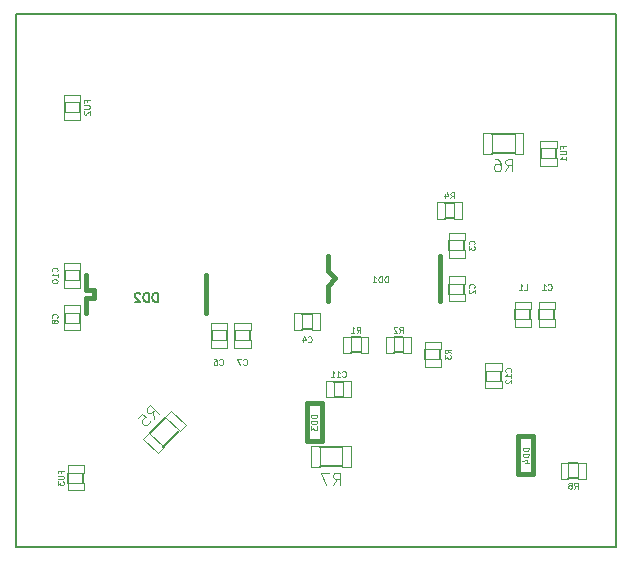
<source format=gbr>
G04 #@! TF.FileFunction,Legend,Bot*
%FSLAX46Y46*%
G04 Gerber Fmt 4.6, Leading zero omitted, Abs format (unit mm)*
G04 Created by KiCad (PCBNEW (2015-09-15 BZR 6201)-product) date Fri 01 Apr 2016 05:48:24 PM EEST*
%MOMM*%
G01*
G04 APERTURE LIST*
%ADD10C,0.100000*%
%ADD11C,0.150000*%
%ADD12C,0.066040*%
%ADD13C,0.152400*%
%ADD14C,0.381000*%
%ADD15C,0.025400*%
%ADD16C,0.088900*%
%ADD17C,0.190500*%
G04 APERTURE END LIST*
D10*
D11*
X0Y0D02*
X0Y-45085000D01*
X50800000Y0D02*
X0Y0D01*
X50800000Y-45085000D02*
X50800000Y0D01*
X0Y-45085000D02*
X50800000Y-45085000D01*
D12*
X28359100Y-28702000D02*
X27711400Y-28702000D01*
X27711400Y-28702000D02*
X27711400Y-27302460D01*
X28359100Y-27302460D02*
X27711400Y-27302460D01*
X28359100Y-28702000D02*
X28359100Y-27302460D01*
X29832300Y-28702000D02*
X29182060Y-28702000D01*
X29182060Y-28702000D02*
X29182060Y-27302460D01*
X29832300Y-27302460D02*
X29182060Y-27302460D01*
X29832300Y-28702000D02*
X29832300Y-27302460D01*
D13*
X29174440Y-27368500D02*
X28356560Y-27368500D01*
X29174440Y-28638500D02*
X28356560Y-28638500D01*
D12*
X32791400Y-27305000D02*
X33439100Y-27305000D01*
X33439100Y-27305000D02*
X33439100Y-28704540D01*
X32791400Y-28704540D02*
X33439100Y-28704540D01*
X32791400Y-27305000D02*
X32791400Y-28704540D01*
X31318200Y-27305000D02*
X31968440Y-27305000D01*
X31968440Y-27305000D02*
X31968440Y-28704540D01*
X31318200Y-28704540D02*
X31968440Y-28704540D01*
X31318200Y-27305000D02*
X31318200Y-28704540D01*
D13*
X31976060Y-28638500D02*
X32793940Y-28638500D01*
X31976060Y-27368500D02*
X32793940Y-27368500D01*
D12*
X34607500Y-28359100D02*
X34607500Y-27711400D01*
X34607500Y-27711400D02*
X36007040Y-27711400D01*
X36007040Y-28359100D02*
X36007040Y-27711400D01*
X34607500Y-28359100D02*
X36007040Y-28359100D01*
X34607500Y-29832300D02*
X34607500Y-29182060D01*
X34607500Y-29182060D02*
X36007040Y-29182060D01*
X36007040Y-29832300D02*
X36007040Y-29182060D01*
X34607500Y-29832300D02*
X36007040Y-29832300D01*
D13*
X35941000Y-29174440D02*
X35941000Y-28356560D01*
X34671000Y-29174440D02*
X34671000Y-28356560D01*
D12*
X36296600Y-17335500D02*
X35648900Y-17335500D01*
X35648900Y-17335500D02*
X35648900Y-15935960D01*
X36296600Y-15935960D02*
X35648900Y-15935960D01*
X36296600Y-17335500D02*
X36296600Y-15935960D01*
X37769800Y-17335500D02*
X37119560Y-17335500D01*
X37119560Y-17335500D02*
X37119560Y-15935960D01*
X37769800Y-15935960D02*
X37119560Y-15935960D01*
X37769800Y-17335500D02*
X37769800Y-15935960D01*
D13*
X37111940Y-16002000D02*
X36294060Y-16002000D01*
X37111940Y-17272000D02*
X36294060Y-17272000D01*
D12*
X45656500Y-25806400D02*
X45656500Y-26454100D01*
X45656500Y-26454100D02*
X44256960Y-26454100D01*
X44256960Y-25806400D02*
X44256960Y-26454100D01*
X45656500Y-25806400D02*
X44256960Y-25806400D01*
X45656500Y-24333200D02*
X45656500Y-24983440D01*
X45656500Y-24983440D02*
X44256960Y-24983440D01*
X44256960Y-24333200D02*
X44256960Y-24983440D01*
X45656500Y-24333200D02*
X44256960Y-24333200D01*
D13*
X44323000Y-24991060D02*
X44323000Y-25808940D01*
X45593000Y-24991060D02*
X45593000Y-25808940D01*
D12*
X42227500Y-24993600D02*
X42227500Y-24345900D01*
X42227500Y-24345900D02*
X43627040Y-24345900D01*
X43627040Y-24993600D02*
X43627040Y-24345900D01*
X42227500Y-24993600D02*
X43627040Y-24993600D01*
X42227500Y-26466800D02*
X42227500Y-25816560D01*
X42227500Y-25816560D02*
X43627040Y-25816560D01*
X43627040Y-26466800D02*
X43627040Y-25816560D01*
X42227500Y-26466800D02*
X43627040Y-26466800D01*
D13*
X43561000Y-25808940D02*
X43561000Y-24991060D01*
X42291000Y-25808940D02*
X42291000Y-24991060D01*
D12*
X36639500Y-22834600D02*
X36639500Y-22186900D01*
X36639500Y-22186900D02*
X38039040Y-22186900D01*
X38039040Y-22834600D02*
X38039040Y-22186900D01*
X36639500Y-22834600D02*
X38039040Y-22834600D01*
X36639500Y-24307800D02*
X36639500Y-23657560D01*
X36639500Y-23657560D02*
X38039040Y-23657560D01*
X38039040Y-24307800D02*
X38039040Y-23657560D01*
X36639500Y-24307800D02*
X38039040Y-24307800D01*
D13*
X37973000Y-23649940D02*
X37973000Y-22832060D01*
X36703000Y-23649940D02*
X36703000Y-22832060D01*
D12*
X36639500Y-19151600D02*
X36639500Y-18503900D01*
X36639500Y-18503900D02*
X38039040Y-18503900D01*
X38039040Y-19151600D02*
X38039040Y-18503900D01*
X36639500Y-19151600D02*
X38039040Y-19151600D01*
X36639500Y-20624800D02*
X36639500Y-19974560D01*
X36639500Y-19974560D02*
X38039040Y-19974560D01*
X38039040Y-20624800D02*
X38039040Y-19974560D01*
X36639500Y-20624800D02*
X38039040Y-20624800D01*
D13*
X37973000Y-19966940D02*
X37973000Y-19149060D01*
X36703000Y-19966940D02*
X36703000Y-19149060D01*
D12*
X24231600Y-26733500D02*
X23583900Y-26733500D01*
X23583900Y-26733500D02*
X23583900Y-25333960D01*
X24231600Y-25333960D02*
X23583900Y-25333960D01*
X24231600Y-26733500D02*
X24231600Y-25333960D01*
X25704800Y-26733500D02*
X25054560Y-26733500D01*
X25054560Y-26733500D02*
X25054560Y-25333960D01*
X25704800Y-25333960D02*
X25054560Y-25333960D01*
X25704800Y-26733500D02*
X25704800Y-25333960D01*
D13*
X25046940Y-25400000D02*
X24229060Y-25400000D01*
X25046940Y-26670000D02*
X24229060Y-26670000D01*
D12*
X44386500Y-11341100D02*
X44386500Y-10693400D01*
X44386500Y-10693400D02*
X45786040Y-10693400D01*
X45786040Y-11341100D02*
X45786040Y-10693400D01*
X44386500Y-11341100D02*
X45786040Y-11341100D01*
X44386500Y-12814300D02*
X44386500Y-12164060D01*
X44386500Y-12164060D02*
X45786040Y-12164060D01*
X45786040Y-12814300D02*
X45786040Y-12164060D01*
X44386500Y-12814300D02*
X45786040Y-12814300D01*
D13*
X45720000Y-12156440D02*
X45720000Y-11338560D01*
X44450000Y-12156440D02*
X44450000Y-11338560D01*
D12*
X39585900Y-10045700D02*
X40322500Y-10045700D01*
X40322500Y-10045700D02*
X40322500Y-11798300D01*
X39585900Y-11798300D02*
X40322500Y-11798300D01*
X39585900Y-10045700D02*
X39585900Y-11798300D01*
X42227500Y-10045700D02*
X42964100Y-10045700D01*
X42964100Y-10045700D02*
X42964100Y-11798300D01*
X42227500Y-11798300D02*
X42964100Y-11798300D01*
X42227500Y-10045700D02*
X42227500Y-11798300D01*
D13*
X42227500Y-10109200D02*
X40309800Y-10109200D01*
X42227500Y-11734800D02*
X40309800Y-11734800D01*
D12*
X4064000Y-7467600D02*
X4064000Y-6819900D01*
X4064000Y-6819900D02*
X5463540Y-6819900D01*
X5463540Y-7467600D02*
X5463540Y-6819900D01*
X4064000Y-7467600D02*
X5463540Y-7467600D01*
X4064000Y-8940800D02*
X4064000Y-8290560D01*
X4064000Y-8290560D02*
X5463540Y-8290560D01*
X5463540Y-8940800D02*
X5463540Y-8290560D01*
X4064000Y-8940800D02*
X5463540Y-8940800D01*
D13*
X5397500Y-8282940D02*
X5397500Y-7465060D01*
X4127500Y-8282940D02*
X4127500Y-7465060D01*
D12*
X17907000Y-27584400D02*
X17907000Y-28232100D01*
X17907000Y-28232100D02*
X16507460Y-28232100D01*
X16507460Y-27584400D02*
X16507460Y-28232100D01*
X17907000Y-27584400D02*
X16507460Y-27584400D01*
X17907000Y-26111200D02*
X17907000Y-26761440D01*
X17907000Y-26761440D02*
X16507460Y-26761440D01*
X16507460Y-26111200D02*
X16507460Y-26761440D01*
X17907000Y-26111200D02*
X16507460Y-26111200D01*
D13*
X16573500Y-26769060D02*
X16573500Y-27586940D01*
X17843500Y-26769060D02*
X17843500Y-27586940D01*
D12*
X19875500Y-27584400D02*
X19875500Y-28232100D01*
X19875500Y-28232100D02*
X18475960Y-28232100D01*
X18475960Y-27584400D02*
X18475960Y-28232100D01*
X19875500Y-27584400D02*
X18475960Y-27584400D01*
X19875500Y-26111200D02*
X19875500Y-26761440D01*
X19875500Y-26761440D02*
X18475960Y-26761440D01*
X18475960Y-26111200D02*
X18475960Y-26761440D01*
X19875500Y-26111200D02*
X18475960Y-26111200D01*
D13*
X18542000Y-26769060D02*
X18542000Y-27586940D01*
X19812000Y-26769060D02*
X19812000Y-27586940D01*
D14*
X5969000Y-24003000D02*
X6604000Y-24003000D01*
X6604000Y-24003000D02*
X6604000Y-23368000D01*
X6604000Y-23368000D02*
X5969000Y-23368000D01*
X16129000Y-25273000D02*
X16129000Y-22098000D01*
X5969000Y-25273000D02*
X5969000Y-24003000D01*
X5969000Y-23368000D02*
X5969000Y-22098000D01*
D12*
X5778500Y-39649400D02*
X5778500Y-40297100D01*
X5778500Y-40297100D02*
X4378960Y-40297100D01*
X4378960Y-39649400D02*
X4378960Y-40297100D01*
X5778500Y-39649400D02*
X4378960Y-39649400D01*
X5778500Y-38176200D02*
X5778500Y-38826440D01*
X5778500Y-38826440D02*
X4378960Y-38826440D01*
X4378960Y-38176200D02*
X4378960Y-38826440D01*
X5778500Y-38176200D02*
X4378960Y-38176200D01*
D13*
X4445000Y-38834060D02*
X4445000Y-39651940D01*
X5715000Y-38834060D02*
X5715000Y-39651940D01*
D12*
X5461000Y-26123900D02*
X5461000Y-26771600D01*
X5461000Y-26771600D02*
X4061460Y-26771600D01*
X4061460Y-26123900D02*
X4061460Y-26771600D01*
X5461000Y-26123900D02*
X4061460Y-26123900D01*
X5461000Y-24650700D02*
X5461000Y-25300940D01*
X5461000Y-25300940D02*
X4061460Y-25300940D01*
X4061460Y-24650700D02*
X4061460Y-25300940D01*
X5461000Y-24650700D02*
X4061460Y-24650700D01*
D13*
X4127500Y-25308560D02*
X4127500Y-26126440D01*
X5397500Y-25308560D02*
X5397500Y-26126440D01*
D12*
X4064000Y-21691600D02*
X4064000Y-21043900D01*
X4064000Y-21043900D02*
X5463540Y-21043900D01*
X5463540Y-21691600D02*
X5463540Y-21043900D01*
X4064000Y-21691600D02*
X5463540Y-21691600D01*
X4064000Y-23164800D02*
X4064000Y-22514560D01*
X4064000Y-22514560D02*
X5463540Y-22514560D01*
X5463540Y-23164800D02*
X5463540Y-22514560D01*
X4064000Y-23164800D02*
X5463540Y-23164800D01*
D13*
X5397500Y-22506940D02*
X5397500Y-21689060D01*
X4127500Y-22506940D02*
X4127500Y-21689060D01*
D12*
X14387012Y-34794764D02*
X13866157Y-35315618D01*
X13866157Y-35315618D02*
X12626882Y-34076343D01*
X13147736Y-33555488D02*
X12626882Y-34076343D01*
X14387012Y-34794764D02*
X13147736Y-33555488D01*
X12519118Y-36662657D02*
X11998264Y-37183512D01*
X11998264Y-37183512D02*
X10758988Y-35944236D01*
X11279843Y-35423382D02*
X10758988Y-35944236D01*
X12519118Y-36662657D02*
X11279843Y-35423382D01*
D13*
X12474217Y-36617756D02*
X13830236Y-35261737D01*
X11324744Y-35468283D02*
X12680763Y-34112264D01*
D12*
X26898600Y-32448500D02*
X26250900Y-32448500D01*
X26250900Y-32448500D02*
X26250900Y-31048960D01*
X26898600Y-31048960D02*
X26250900Y-31048960D01*
X26898600Y-32448500D02*
X26898600Y-31048960D01*
X28371800Y-32448500D02*
X27721560Y-32448500D01*
X27721560Y-32448500D02*
X27721560Y-31048960D01*
X28371800Y-31048960D02*
X27721560Y-31048960D01*
X28371800Y-32448500D02*
X28371800Y-31048960D01*
D13*
X27713940Y-31115000D02*
X26896060Y-31115000D01*
X27713940Y-32385000D02*
X26896060Y-32385000D01*
D14*
X25908000Y-36131500D02*
X24638000Y-36131500D01*
X24638000Y-36131500D02*
X24638000Y-32956500D01*
X24638000Y-32956500D02*
X25908000Y-32956500D01*
X25908000Y-32956500D02*
X25908000Y-36131500D01*
D12*
X39751000Y-30200600D02*
X39751000Y-29552900D01*
X39751000Y-29552900D02*
X41150540Y-29552900D01*
X41150540Y-30200600D02*
X41150540Y-29552900D01*
X39751000Y-30200600D02*
X41150540Y-30200600D01*
X39751000Y-31673800D02*
X39751000Y-31023560D01*
X39751000Y-31023560D02*
X41150540Y-31023560D01*
X41150540Y-31673800D02*
X41150540Y-31023560D01*
X39751000Y-31673800D02*
X41150540Y-31673800D01*
D13*
X41084500Y-31015940D02*
X41084500Y-30198060D01*
X39814500Y-31015940D02*
X39814500Y-30198060D01*
D14*
X42545000Y-35750500D02*
X43815000Y-35750500D01*
X43815000Y-35750500D02*
X43815000Y-38925500D01*
X43815000Y-38925500D02*
X42545000Y-38925500D01*
X42545000Y-38925500D02*
X42545000Y-35750500D01*
D12*
X47586900Y-37973000D02*
X48234600Y-37973000D01*
X48234600Y-37973000D02*
X48234600Y-39372540D01*
X47586900Y-39372540D02*
X48234600Y-39372540D01*
X47586900Y-37973000D02*
X47586900Y-39372540D01*
X46113700Y-37973000D02*
X46763940Y-37973000D01*
X46763940Y-37973000D02*
X46763940Y-39372540D01*
X46113700Y-39372540D02*
X46763940Y-39372540D01*
X46113700Y-37973000D02*
X46113700Y-39372540D01*
D13*
X46771560Y-39306500D02*
X47589440Y-39306500D01*
X46771560Y-38036500D02*
X47589440Y-38036500D01*
D12*
X24980900Y-36588700D02*
X25717500Y-36588700D01*
X25717500Y-36588700D02*
X25717500Y-38341300D01*
X24980900Y-38341300D02*
X25717500Y-38341300D01*
X24980900Y-36588700D02*
X24980900Y-38341300D01*
X27622500Y-36588700D02*
X28359100Y-36588700D01*
X28359100Y-36588700D02*
X28359100Y-38341300D01*
X27622500Y-38341300D02*
X28359100Y-38341300D01*
X27622500Y-36588700D02*
X27622500Y-38341300D01*
D13*
X27622500Y-36652200D02*
X25704800Y-36652200D01*
X27622500Y-38277800D02*
X25704800Y-38277800D01*
D14*
X35941000Y-24257000D02*
X35941000Y-20447000D01*
X26416000Y-24257000D02*
X26416000Y-22987000D01*
X26416000Y-22987000D02*
X27051000Y-22352000D01*
X27051000Y-22352000D02*
X26416000Y-21717000D01*
X26416000Y-21717000D02*
X26416000Y-20447000D01*
D15*
X28850167Y-26963310D02*
X29019500Y-26721405D01*
X29140453Y-26963310D02*
X29140453Y-26455310D01*
X28946929Y-26455310D01*
X28898548Y-26479500D01*
X28874357Y-26503690D01*
X28850167Y-26552071D01*
X28850167Y-26624643D01*
X28874357Y-26673024D01*
X28898548Y-26697214D01*
X28946929Y-26721405D01*
X29140453Y-26721405D01*
X28366357Y-26963310D02*
X28656643Y-26963310D01*
X28511500Y-26963310D02*
X28511500Y-26455310D01*
X28559881Y-26527881D01*
X28608262Y-26576262D01*
X28656643Y-26600452D01*
X32469667Y-26963310D02*
X32639000Y-26721405D01*
X32759953Y-26963310D02*
X32759953Y-26455310D01*
X32566429Y-26455310D01*
X32518048Y-26479500D01*
X32493857Y-26503690D01*
X32469667Y-26552071D01*
X32469667Y-26624643D01*
X32493857Y-26673024D01*
X32518048Y-26697214D01*
X32566429Y-26721405D01*
X32759953Y-26721405D01*
X32276143Y-26503690D02*
X32251953Y-26479500D01*
X32203572Y-26455310D01*
X32082619Y-26455310D01*
X32034238Y-26479500D01*
X32010048Y-26503690D01*
X31985857Y-26552071D01*
X31985857Y-26600452D01*
X32010048Y-26673024D01*
X32300334Y-26963310D01*
X31985857Y-26963310D01*
X36805810Y-28680833D02*
X36563905Y-28511500D01*
X36805810Y-28390547D02*
X36297810Y-28390547D01*
X36297810Y-28584071D01*
X36322000Y-28632452D01*
X36346190Y-28656643D01*
X36394571Y-28680833D01*
X36467143Y-28680833D01*
X36515524Y-28656643D01*
X36539714Y-28632452D01*
X36563905Y-28584071D01*
X36563905Y-28390547D01*
X36297810Y-28850166D02*
X36297810Y-29164643D01*
X36491333Y-28995309D01*
X36491333Y-29067881D01*
X36515524Y-29116262D01*
X36539714Y-29140452D01*
X36588095Y-29164643D01*
X36709048Y-29164643D01*
X36757429Y-29140452D01*
X36781619Y-29116262D01*
X36805810Y-29067881D01*
X36805810Y-28922738D01*
X36781619Y-28874357D01*
X36757429Y-28850166D01*
X36787667Y-15596810D02*
X36957000Y-15354905D01*
X37077953Y-15596810D02*
X37077953Y-15088810D01*
X36884429Y-15088810D01*
X36836048Y-15113000D01*
X36811857Y-15137190D01*
X36787667Y-15185571D01*
X36787667Y-15258143D01*
X36811857Y-15306524D01*
X36836048Y-15330714D01*
X36884429Y-15354905D01*
X37077953Y-15354905D01*
X36352238Y-15258143D02*
X36352238Y-15596810D01*
X36473191Y-15064619D02*
X36594143Y-15427476D01*
X36279667Y-15427476D01*
X45042667Y-23295429D02*
X45066857Y-23319619D01*
X45139429Y-23343810D01*
X45187810Y-23343810D01*
X45260381Y-23319619D01*
X45308762Y-23271238D01*
X45332953Y-23222857D01*
X45357143Y-23126095D01*
X45357143Y-23053524D01*
X45332953Y-22956762D01*
X45308762Y-22908381D01*
X45260381Y-22860000D01*
X45187810Y-22835810D01*
X45139429Y-22835810D01*
X45066857Y-22860000D01*
X45042667Y-22884190D01*
X44558857Y-23343810D02*
X44849143Y-23343810D01*
X44704000Y-23343810D02*
X44704000Y-22835810D01*
X44752381Y-22908381D01*
X44800762Y-22956762D01*
X44849143Y-22980952D01*
X43010667Y-23343810D02*
X43252572Y-23343810D01*
X43252572Y-22835810D01*
X42575238Y-23343810D02*
X42865524Y-23343810D01*
X42720381Y-23343810D02*
X42720381Y-22835810D01*
X42768762Y-22908381D01*
X42817143Y-22956762D01*
X42865524Y-22980952D01*
X38789429Y-23156333D02*
X38813619Y-23132143D01*
X38837810Y-23059571D01*
X38837810Y-23011190D01*
X38813619Y-22938619D01*
X38765238Y-22890238D01*
X38716857Y-22866047D01*
X38620095Y-22841857D01*
X38547524Y-22841857D01*
X38450762Y-22866047D01*
X38402381Y-22890238D01*
X38354000Y-22938619D01*
X38329810Y-23011190D01*
X38329810Y-23059571D01*
X38354000Y-23132143D01*
X38378190Y-23156333D01*
X38378190Y-23349857D02*
X38354000Y-23374047D01*
X38329810Y-23422428D01*
X38329810Y-23543381D01*
X38354000Y-23591762D01*
X38378190Y-23615952D01*
X38426571Y-23640143D01*
X38474952Y-23640143D01*
X38547524Y-23615952D01*
X38837810Y-23325666D01*
X38837810Y-23640143D01*
X38789429Y-19473333D02*
X38813619Y-19449143D01*
X38837810Y-19376571D01*
X38837810Y-19328190D01*
X38813619Y-19255619D01*
X38765238Y-19207238D01*
X38716857Y-19183047D01*
X38620095Y-19158857D01*
X38547524Y-19158857D01*
X38450762Y-19183047D01*
X38402381Y-19207238D01*
X38354000Y-19255619D01*
X38329810Y-19328190D01*
X38329810Y-19376571D01*
X38354000Y-19449143D01*
X38378190Y-19473333D01*
X38329810Y-19642666D02*
X38329810Y-19957143D01*
X38523333Y-19787809D01*
X38523333Y-19860381D01*
X38547524Y-19908762D01*
X38571714Y-19932952D01*
X38620095Y-19957143D01*
X38741048Y-19957143D01*
X38789429Y-19932952D01*
X38813619Y-19908762D01*
X38837810Y-19860381D01*
X38837810Y-19715238D01*
X38813619Y-19666857D01*
X38789429Y-19642666D01*
X24722667Y-27740429D02*
X24746857Y-27764619D01*
X24819429Y-27788810D01*
X24867810Y-27788810D01*
X24940381Y-27764619D01*
X24988762Y-27716238D01*
X25012953Y-27667857D01*
X25037143Y-27571095D01*
X25037143Y-27498524D01*
X25012953Y-27401762D01*
X24988762Y-27353381D01*
X24940381Y-27305000D01*
X24867810Y-27280810D01*
X24819429Y-27280810D01*
X24746857Y-27305000D01*
X24722667Y-27329190D01*
X24287238Y-27450143D02*
X24287238Y-27788810D01*
X24408191Y-27256619D02*
X24529143Y-27619476D01*
X24214667Y-27619476D01*
X46318714Y-11312072D02*
X46318714Y-11142738D01*
X46584810Y-11142738D02*
X46076810Y-11142738D01*
X46076810Y-11384643D01*
X46076810Y-11578167D02*
X46488048Y-11578167D01*
X46536429Y-11602358D01*
X46560619Y-11626548D01*
X46584810Y-11674929D01*
X46584810Y-11771691D01*
X46560619Y-11820072D01*
X46536429Y-11844263D01*
X46488048Y-11868453D01*
X46076810Y-11868453D01*
X46584810Y-12376453D02*
X46584810Y-12086167D01*
X46584810Y-12231310D02*
X46076810Y-12231310D01*
X46149381Y-12182929D01*
X46197762Y-12134548D01*
X46221952Y-12086167D01*
D16*
X41444333Y-13286619D02*
X41782999Y-12802810D01*
X42024904Y-13286619D02*
X42024904Y-12270619D01*
X41637857Y-12270619D01*
X41541095Y-12319000D01*
X41492714Y-12367381D01*
X41444333Y-12464143D01*
X41444333Y-12609286D01*
X41492714Y-12706048D01*
X41541095Y-12754429D01*
X41637857Y-12802810D01*
X42024904Y-12802810D01*
X40573476Y-12270619D02*
X40766999Y-12270619D01*
X40863761Y-12319000D01*
X40912142Y-12367381D01*
X41008904Y-12512524D01*
X41057285Y-12706048D01*
X41057285Y-13093095D01*
X41008904Y-13189857D01*
X40960523Y-13238238D01*
X40863761Y-13286619D01*
X40670238Y-13286619D01*
X40573476Y-13238238D01*
X40525095Y-13189857D01*
X40476714Y-13093095D01*
X40476714Y-12851190D01*
X40525095Y-12754429D01*
X40573476Y-12706048D01*
X40670238Y-12657667D01*
X40863761Y-12657667D01*
X40960523Y-12706048D01*
X41008904Y-12754429D01*
X41057285Y-12851190D01*
D15*
X5996214Y-7438572D02*
X5996214Y-7269238D01*
X6262310Y-7269238D02*
X5754310Y-7269238D01*
X5754310Y-7511143D01*
X5754310Y-7704667D02*
X6165548Y-7704667D01*
X6213929Y-7728858D01*
X6238119Y-7753048D01*
X6262310Y-7801429D01*
X6262310Y-7898191D01*
X6238119Y-7946572D01*
X6213929Y-7970763D01*
X6165548Y-7994953D01*
X5754310Y-7994953D01*
X5802690Y-8212667D02*
X5778500Y-8236857D01*
X5754310Y-8285238D01*
X5754310Y-8406191D01*
X5778500Y-8454572D01*
X5802690Y-8478762D01*
X5851071Y-8502953D01*
X5899452Y-8502953D01*
X5972024Y-8478762D01*
X6262310Y-8188476D01*
X6262310Y-8502953D01*
X17229667Y-29645429D02*
X17253857Y-29669619D01*
X17326429Y-29693810D01*
X17374810Y-29693810D01*
X17447381Y-29669619D01*
X17495762Y-29621238D01*
X17519953Y-29572857D01*
X17544143Y-29476095D01*
X17544143Y-29403524D01*
X17519953Y-29306762D01*
X17495762Y-29258381D01*
X17447381Y-29210000D01*
X17374810Y-29185810D01*
X17326429Y-29185810D01*
X17253857Y-29210000D01*
X17229667Y-29234190D01*
X16794238Y-29185810D02*
X16891000Y-29185810D01*
X16939381Y-29210000D01*
X16963572Y-29234190D01*
X17011953Y-29306762D01*
X17036143Y-29403524D01*
X17036143Y-29597048D01*
X17011953Y-29645429D01*
X16987762Y-29669619D01*
X16939381Y-29693810D01*
X16842619Y-29693810D01*
X16794238Y-29669619D01*
X16770048Y-29645429D01*
X16745857Y-29597048D01*
X16745857Y-29476095D01*
X16770048Y-29427714D01*
X16794238Y-29403524D01*
X16842619Y-29379333D01*
X16939381Y-29379333D01*
X16987762Y-29403524D01*
X17011953Y-29427714D01*
X17036143Y-29476095D01*
X19261667Y-29645429D02*
X19285857Y-29669619D01*
X19358429Y-29693810D01*
X19406810Y-29693810D01*
X19479381Y-29669619D01*
X19527762Y-29621238D01*
X19551953Y-29572857D01*
X19576143Y-29476095D01*
X19576143Y-29403524D01*
X19551953Y-29306762D01*
X19527762Y-29258381D01*
X19479381Y-29210000D01*
X19406810Y-29185810D01*
X19358429Y-29185810D01*
X19285857Y-29210000D01*
X19261667Y-29234190D01*
X19092334Y-29185810D02*
X18753667Y-29185810D01*
X18971381Y-29693810D01*
D17*
X11992428Y-24347714D02*
X11992428Y-23585714D01*
X11811000Y-23585714D01*
X11702143Y-23622000D01*
X11629571Y-23694571D01*
X11593286Y-23767143D01*
X11557000Y-23912286D01*
X11557000Y-24021143D01*
X11593286Y-24166286D01*
X11629571Y-24238857D01*
X11702143Y-24311429D01*
X11811000Y-24347714D01*
X11992428Y-24347714D01*
X11230428Y-24347714D02*
X11230428Y-23585714D01*
X11049000Y-23585714D01*
X10940143Y-23622000D01*
X10867571Y-23694571D01*
X10831286Y-23767143D01*
X10795000Y-23912286D01*
X10795000Y-24021143D01*
X10831286Y-24166286D01*
X10867571Y-24238857D01*
X10940143Y-24311429D01*
X11049000Y-24347714D01*
X11230428Y-24347714D01*
X10504714Y-23658286D02*
X10468428Y-23622000D01*
X10395857Y-23585714D01*
X10214428Y-23585714D01*
X10141857Y-23622000D01*
X10105571Y-23658286D01*
X10069286Y-23730857D01*
X10069286Y-23803429D01*
X10105571Y-23912286D01*
X10541000Y-24347714D01*
X10069286Y-24347714D01*
D15*
X3773714Y-38807572D02*
X3773714Y-38638238D01*
X4039810Y-38638238D02*
X3531810Y-38638238D01*
X3531810Y-38880143D01*
X3531810Y-39073667D02*
X3943048Y-39073667D01*
X3991429Y-39097858D01*
X4015619Y-39122048D01*
X4039810Y-39170429D01*
X4039810Y-39267191D01*
X4015619Y-39315572D01*
X3991429Y-39339763D01*
X3943048Y-39363953D01*
X3531810Y-39363953D01*
X3531810Y-39557476D02*
X3531810Y-39871953D01*
X3725333Y-39702619D01*
X3725333Y-39775191D01*
X3749524Y-39823572D01*
X3773714Y-39847762D01*
X3822095Y-39871953D01*
X3943048Y-39871953D01*
X3991429Y-39847762D01*
X4015619Y-39823572D01*
X4039810Y-39775191D01*
X4039810Y-39630048D01*
X4015619Y-39581667D01*
X3991429Y-39557476D01*
X3483429Y-25696333D02*
X3507619Y-25672143D01*
X3531810Y-25599571D01*
X3531810Y-25551190D01*
X3507619Y-25478619D01*
X3459238Y-25430238D01*
X3410857Y-25406047D01*
X3314095Y-25381857D01*
X3241524Y-25381857D01*
X3144762Y-25406047D01*
X3096381Y-25430238D01*
X3048000Y-25478619D01*
X3023810Y-25551190D01*
X3023810Y-25599571D01*
X3048000Y-25672143D01*
X3072190Y-25696333D01*
X3241524Y-25986619D02*
X3217333Y-25938238D01*
X3193143Y-25914047D01*
X3144762Y-25889857D01*
X3120571Y-25889857D01*
X3072190Y-25914047D01*
X3048000Y-25938238D01*
X3023810Y-25986619D01*
X3023810Y-26083381D01*
X3048000Y-26131762D01*
X3072190Y-26155952D01*
X3120571Y-26180143D01*
X3144762Y-26180143D01*
X3193143Y-26155952D01*
X3217333Y-26131762D01*
X3241524Y-26083381D01*
X3241524Y-25986619D01*
X3265714Y-25938238D01*
X3289905Y-25914047D01*
X3338286Y-25889857D01*
X3435048Y-25889857D01*
X3483429Y-25914047D01*
X3507619Y-25938238D01*
X3531810Y-25986619D01*
X3531810Y-26083381D01*
X3507619Y-26131762D01*
X3483429Y-26155952D01*
X3435048Y-26180143D01*
X3338286Y-26180143D01*
X3289905Y-26155952D01*
X3265714Y-26131762D01*
X3241524Y-26083381D01*
X3483429Y-21771428D02*
X3507619Y-21747238D01*
X3531810Y-21674666D01*
X3531810Y-21626285D01*
X3507619Y-21553714D01*
X3459238Y-21505333D01*
X3410857Y-21481142D01*
X3314095Y-21456952D01*
X3241524Y-21456952D01*
X3144762Y-21481142D01*
X3096381Y-21505333D01*
X3048000Y-21553714D01*
X3023810Y-21626285D01*
X3023810Y-21674666D01*
X3048000Y-21747238D01*
X3072190Y-21771428D01*
X3531810Y-22255238D02*
X3531810Y-21964952D01*
X3531810Y-22110095D02*
X3023810Y-22110095D01*
X3096381Y-22061714D01*
X3144762Y-22013333D01*
X3168952Y-21964952D01*
X3023810Y-22569714D02*
X3023810Y-22618095D01*
X3048000Y-22666476D01*
X3072190Y-22690667D01*
X3120571Y-22714857D01*
X3217333Y-22739048D01*
X3338286Y-22739048D01*
X3435048Y-22714857D01*
X3483429Y-22690667D01*
X3507619Y-22666476D01*
X3531810Y-22618095D01*
X3531810Y-22569714D01*
X3507619Y-22521333D01*
X3483429Y-22497143D01*
X3435048Y-22472952D01*
X3338286Y-22448762D01*
X3217333Y-22448762D01*
X3120571Y-22472952D01*
X3072190Y-22497143D01*
X3048000Y-22521333D01*
X3023810Y-22569714D01*
D16*
X11670698Y-34227725D02*
X11568067Y-33646148D01*
X12081224Y-33817200D02*
X11362803Y-33098779D01*
X11089120Y-33372463D01*
X11054909Y-33475094D01*
X11054909Y-33543515D01*
X11089120Y-33646147D01*
X11191751Y-33748778D01*
X11294383Y-33782989D01*
X11362804Y-33782989D01*
X11465436Y-33748778D01*
X11739119Y-33475095D01*
X10302278Y-34159304D02*
X10644383Y-33817200D01*
X11020699Y-34125094D01*
X10952278Y-34125094D01*
X10849646Y-34159305D01*
X10678594Y-34330357D01*
X10644384Y-34432988D01*
X10644384Y-34501409D01*
X10678593Y-34604040D01*
X10849646Y-34775093D01*
X10952278Y-34809304D01*
X11020699Y-34809304D01*
X11123330Y-34775093D01*
X11294382Y-34604041D01*
X11328593Y-34501409D01*
X11328593Y-34432988D01*
D15*
X27631572Y-30661429D02*
X27655762Y-30685619D01*
X27728334Y-30709810D01*
X27776715Y-30709810D01*
X27849286Y-30685619D01*
X27897667Y-30637238D01*
X27921858Y-30588857D01*
X27946048Y-30492095D01*
X27946048Y-30419524D01*
X27921858Y-30322762D01*
X27897667Y-30274381D01*
X27849286Y-30226000D01*
X27776715Y-30201810D01*
X27728334Y-30201810D01*
X27655762Y-30226000D01*
X27631572Y-30250190D01*
X27147762Y-30709810D02*
X27438048Y-30709810D01*
X27292905Y-30709810D02*
X27292905Y-30201810D01*
X27341286Y-30274381D01*
X27389667Y-30322762D01*
X27438048Y-30346952D01*
X26663952Y-30709810D02*
X26954238Y-30709810D01*
X26809095Y-30709810D02*
X26809095Y-30201810D01*
X26857476Y-30274381D01*
X26905857Y-30322762D01*
X26954238Y-30346952D01*
X25502810Y-33902347D02*
X24994810Y-33902347D01*
X24994810Y-34023300D01*
X25019000Y-34095871D01*
X25067381Y-34144252D01*
X25115762Y-34168443D01*
X25212524Y-34192633D01*
X25285095Y-34192633D01*
X25381857Y-34168443D01*
X25430238Y-34144252D01*
X25478619Y-34095871D01*
X25502810Y-34023300D01*
X25502810Y-33902347D01*
X25502810Y-34410347D02*
X24994810Y-34410347D01*
X24994810Y-34531300D01*
X25019000Y-34603871D01*
X25067381Y-34652252D01*
X25115762Y-34676443D01*
X25212524Y-34700633D01*
X25285095Y-34700633D01*
X25381857Y-34676443D01*
X25430238Y-34652252D01*
X25478619Y-34603871D01*
X25502810Y-34531300D01*
X25502810Y-34410347D01*
X24994810Y-34869966D02*
X24994810Y-35184443D01*
X25188333Y-35015109D01*
X25188333Y-35087681D01*
X25212524Y-35136062D01*
X25236714Y-35160252D01*
X25285095Y-35184443D01*
X25406048Y-35184443D01*
X25454429Y-35160252D01*
X25478619Y-35136062D01*
X25502810Y-35087681D01*
X25502810Y-34942538D01*
X25478619Y-34894157D01*
X25454429Y-34869966D01*
X41900929Y-30280428D02*
X41925119Y-30256238D01*
X41949310Y-30183666D01*
X41949310Y-30135285D01*
X41925119Y-30062714D01*
X41876738Y-30014333D01*
X41828357Y-29990142D01*
X41731595Y-29965952D01*
X41659024Y-29965952D01*
X41562262Y-29990142D01*
X41513881Y-30014333D01*
X41465500Y-30062714D01*
X41441310Y-30135285D01*
X41441310Y-30183666D01*
X41465500Y-30256238D01*
X41489690Y-30280428D01*
X41949310Y-30764238D02*
X41949310Y-30473952D01*
X41949310Y-30619095D02*
X41441310Y-30619095D01*
X41513881Y-30570714D01*
X41562262Y-30522333D01*
X41586452Y-30473952D01*
X41489690Y-30957762D02*
X41465500Y-30981952D01*
X41441310Y-31030333D01*
X41441310Y-31151286D01*
X41465500Y-31199667D01*
X41489690Y-31223857D01*
X41538071Y-31248048D01*
X41586452Y-31248048D01*
X41659024Y-31223857D01*
X41949310Y-30933571D01*
X41949310Y-31248048D01*
X43409810Y-36721747D02*
X42901810Y-36721747D01*
X42901810Y-36842700D01*
X42926000Y-36915271D01*
X42974381Y-36963652D01*
X43022762Y-36987843D01*
X43119524Y-37012033D01*
X43192095Y-37012033D01*
X43288857Y-36987843D01*
X43337238Y-36963652D01*
X43385619Y-36915271D01*
X43409810Y-36842700D01*
X43409810Y-36721747D01*
X43409810Y-37229747D02*
X42901810Y-37229747D01*
X42901810Y-37350700D01*
X42926000Y-37423271D01*
X42974381Y-37471652D01*
X43022762Y-37495843D01*
X43119524Y-37520033D01*
X43192095Y-37520033D01*
X43288857Y-37495843D01*
X43337238Y-37471652D01*
X43385619Y-37423271D01*
X43409810Y-37350700D01*
X43409810Y-37229747D01*
X43071143Y-37955462D02*
X43409810Y-37955462D01*
X42877619Y-37834509D02*
X43240476Y-37713557D01*
X43240476Y-38028033D01*
X47265167Y-40171310D02*
X47434500Y-39929405D01*
X47555453Y-40171310D02*
X47555453Y-39663310D01*
X47361929Y-39663310D01*
X47313548Y-39687500D01*
X47289357Y-39711690D01*
X47265167Y-39760071D01*
X47265167Y-39832643D01*
X47289357Y-39881024D01*
X47313548Y-39905214D01*
X47361929Y-39929405D01*
X47555453Y-39929405D01*
X46974881Y-39881024D02*
X47023262Y-39856833D01*
X47047453Y-39832643D01*
X47071643Y-39784262D01*
X47071643Y-39760071D01*
X47047453Y-39711690D01*
X47023262Y-39687500D01*
X46974881Y-39663310D01*
X46878119Y-39663310D01*
X46829738Y-39687500D01*
X46805548Y-39711690D01*
X46781357Y-39760071D01*
X46781357Y-39784262D01*
X46805548Y-39832643D01*
X46829738Y-39856833D01*
X46878119Y-39881024D01*
X46974881Y-39881024D01*
X47023262Y-39905214D01*
X47047453Y-39929405D01*
X47071643Y-39977786D01*
X47071643Y-40074548D01*
X47047453Y-40122929D01*
X47023262Y-40147119D01*
X46974881Y-40171310D01*
X46878119Y-40171310D01*
X46829738Y-40147119D01*
X46805548Y-40122929D01*
X46781357Y-40074548D01*
X46781357Y-39977786D01*
X46805548Y-39929405D01*
X46829738Y-39905214D01*
X46878119Y-39881024D01*
D16*
X26839333Y-39829619D02*
X27177999Y-39345810D01*
X27419904Y-39829619D02*
X27419904Y-38813619D01*
X27032857Y-38813619D01*
X26936095Y-38862000D01*
X26887714Y-38910381D01*
X26839333Y-39007143D01*
X26839333Y-39152286D01*
X26887714Y-39249048D01*
X26936095Y-39297429D01*
X27032857Y-39345810D01*
X27419904Y-39345810D01*
X26500666Y-38813619D02*
X25823333Y-38813619D01*
X26258761Y-39829619D01*
D15*
X31489953Y-22708810D02*
X31489953Y-22200810D01*
X31369000Y-22200810D01*
X31296429Y-22225000D01*
X31248048Y-22273381D01*
X31223857Y-22321762D01*
X31199667Y-22418524D01*
X31199667Y-22491095D01*
X31223857Y-22587857D01*
X31248048Y-22636238D01*
X31296429Y-22684619D01*
X31369000Y-22708810D01*
X31489953Y-22708810D01*
X30981953Y-22708810D02*
X30981953Y-22200810D01*
X30861000Y-22200810D01*
X30788429Y-22225000D01*
X30740048Y-22273381D01*
X30715857Y-22321762D01*
X30691667Y-22418524D01*
X30691667Y-22491095D01*
X30715857Y-22587857D01*
X30740048Y-22636238D01*
X30788429Y-22684619D01*
X30861000Y-22708810D01*
X30981953Y-22708810D01*
X30207857Y-22708810D02*
X30498143Y-22708810D01*
X30353000Y-22708810D02*
X30353000Y-22200810D01*
X30401381Y-22273381D01*
X30449762Y-22321762D01*
X30498143Y-22345952D01*
M02*

</source>
